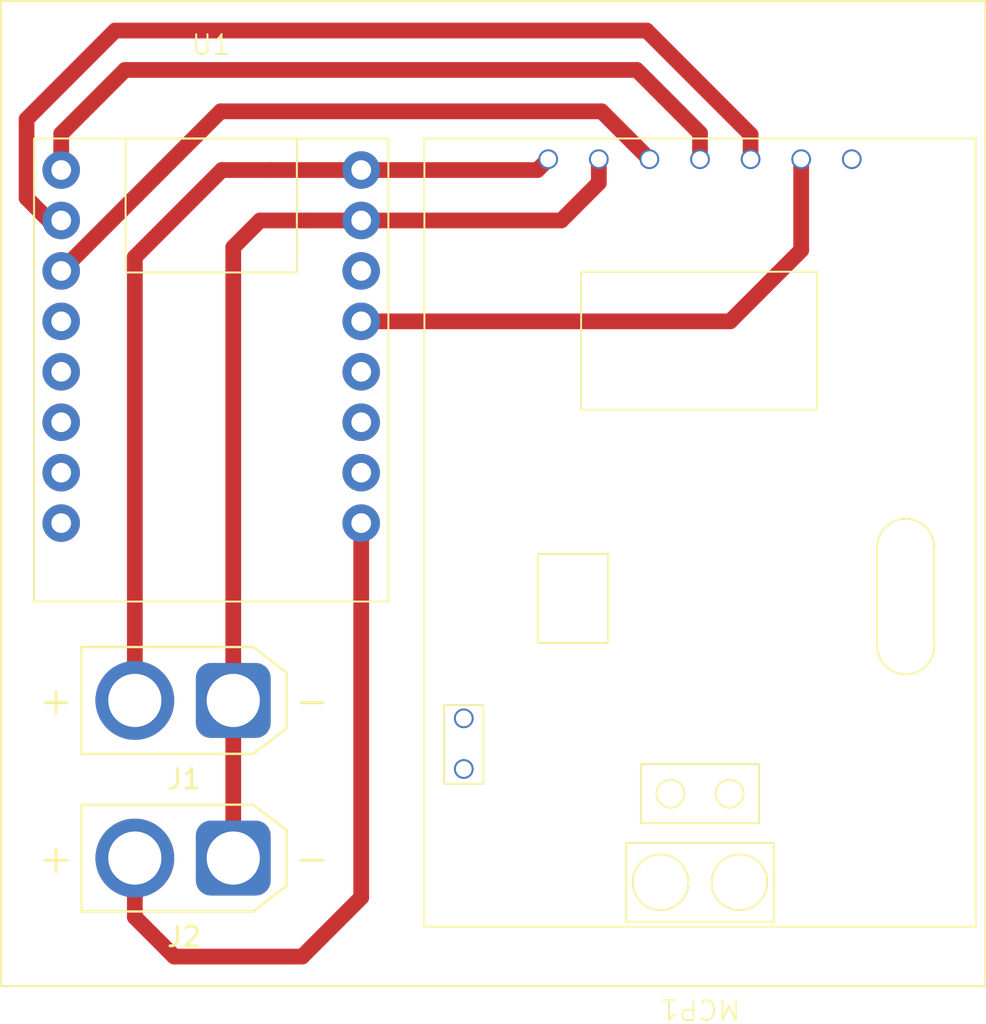
<source format=kicad_pcb>
(kicad_pcb (version 20241229) (generator "pcbnew") (generator_version "9.0")
  (title_block (title "Sensor RPM") (date "2026-01-16") (rev "0.1"))
  (layers (0 "F.Cu" signal) (2 "B.Cu" signal) (13 "F.Paste" user) (15 "B.Paste" user) (5 "F.SilkS" user "F.Silkscreen") (7 "B.SilkS" user "B.Silkscreen") (1 "F.Mask" user) (3 "B.Mask" user) (25 "Edge.Cuts" user))
  (net 0 "")
  (net 1 "Net-(J1-Pin_1)")
  (net 2 "Net-(J1-Pin_2)")
  (net 3 "Net-(MCP1-SCK)")
  (net 6 "Net-(MCP1-MISO)")
  (net 7 "Net-(MCP1-MOSI)")
  (net 8 "Net-(MCP1-CS)")
  (net 19 "Net-(J2-Pin_2)")
  (footprint "Connector_AMASS:AMASS_XT30U-F_1x02_P5.0mm_Vertical" (layer "F.Cu") (at 164 101.5 180)
    (property "Reference" "J2" (at 2.5 -4 0) (layer "F.SilkS"))
    (property "Value" "Conn_01x02_Pin")
    (fp_line (start 7.71 -2.71) (end 7.71 2.71) (stroke (width 0.12)) (layer "F.SilkS"))
    (fp_line (start -1.01 2.71) (end 7.71 2.71) (stroke (width 0.12)) (layer "F.SilkS"))
    (fp_line (start -1.01 -2.71) (end 7.71 -2.71) (stroke (width 0.12)) (layer "F.SilkS"))
    (fp_line (start -2.71 1.41) (end -1.01 2.71) (stroke (width 0.12)) (layer "F.SilkS"))
    (fp_line (start -2.71 -1.41) (end -1.01 -2.71) (stroke (width 0.12)) (layer "F.SilkS"))
    (fp_line (start -2.71 -1.41) (end -2.71 1.41) (stroke (width 0.12)) (layer "F.SilkS"))
    (fp_text user "-" (at -4 0 0) (layer "F.SilkS") (effects (font (size 1.5 1.5))))
    (fp_text user "+" (at 9 0 0) (layer "F.SilkS") (effects (font (size 1.5 1.5))))
    (pad "1" thru_hole roundrect (at 0 0 180) (size 3.8 3.8) (drill 2.7) (layers "*.Cu" "*.Mask") (roundrect_rratio 0.2) (net 1 "Net-(J1-Pin_1)"))
    (pad "2" thru_hole circle (at 5 0 180) (size 4 4) (drill 2.7) (layers "*.Cu" "*.Mask") (net 19 "Net-(J2-Pin_2)"))
  )
  (footprint "FSAE_Library:MCP2515_Comun_Module" (layer "F.Cu") (at 187.71 84.73 180)
    (property "Reference" "MCP1" (at 0 -24.45 180) (layer "F.SilkS") (effects (font (thickness 0.1))))
    (property "Value" "MCP2515_Comu_Module")
    (fp_line (start -9 -1) (end -9 -6) (stroke (width 0.1)) (layer "F.SilkS"))
    (fp_line (start -11.9 -6) (end -11.9 -1) (stroke (width 0.1)) (layer "F.SilkS"))
    (fp_rect (start 11 -13) (end 13 -9) (stroke (width 0.1)) (fill no) (layer "F.SilkS"))
    (fp_rect (start 4.66 -5.85) (end 8.22 -1.33) (stroke (width 0.1)) (fill no) (layer "F.SilkS"))
    (fp_rect (start -3 -15) (end 3 -12) (stroke (width 0.1)) (fill no) (layer "F.SilkS"))
    (fp_rect (start -3.75 -20) (end 3.75 -16) (stroke (width 0.1)) (fill no) (layer "F.SilkS"))
    (fp_rect (start -5.96 5.99) (end 6.04 12.99) (stroke (width 0.1)) (fill no) (layer "F.SilkS"))
    (fp_rect (start -14 -20.25) (end 14 19.75) (stroke (width 0.1)) (fill no) (layer "F.SilkS"))
    (fp_arc (start -9 -1) (mid -10.45 0.45) (end -11.9 -1) (stroke (width 0.1)) (layer "F.SilkS"))
    (fp_arc (start -11.9 -6) (mid -10.45 -7.45) (end -9 -6) (stroke (width 0.1)) (layer "F.SilkS"))
    (fp_circle (center 2 -18) (end 3 -19) (stroke (width 0.1)) (fill no) (layer "F.SilkS"))
    (fp_circle (center 1.5 -13.5) (end 2 -14) (stroke (width 0.1)) (fill no) (layer "F.SilkS"))
    (fp_circle (center -1.5 -13.5) (end -1 -14) (stroke (width 0.1)) (fill no) (layer "F.SilkS"))
    (fp_circle (center -2 -18) (end -1 -19) (stroke (width 0.1)) (fill no) (layer "F.SilkS"))
    (pad "1" thru_hole circle (at -7.71 18.7 180) (size 1 1) (drill 0.8) (layers "*.Cu" "*.Mask"))
    (pad "2" thru_hole circle (at -5.14 18.7 180) (size 1 1) (drill 0.8) (layers "*.Cu" "*.Mask") (net 3 "Net-(MCP1-SCK)"))
    (pad "3" thru_hole circle (at -2.57 18.7 180) (size 1 1) (drill 0.8) (layers "*.Cu" "*.Mask") (net 7 "Net-(MCP1-MOSI)"))
    (pad "4" thru_hole circle (at 0 18.7 180) (size 1 1) (drill 0.8) (layers "*.Cu" "*.Mask") (net 6 "Net-(MCP1-MISO)"))
    (pad "5" thru_hole circle (at 2.57 18.7 180) (size 1 1) (drill 0.8) (layers "*.Cu" "*.Mask") (net 8 "Net-(MCP1-CS)"))
    (pad "6" thru_hole circle (at 5.14 18.7 180) (size 1 1) (drill 0.8) (layers "*.Cu" "*.Mask") (net 1 "Net-(J1-Pin_1)"))
    (pad "7" thru_hole circle (at 7.71 18.7 180) (size 1 1) (drill 0.8) (layers "*.Cu" "*.Mask") (net 2 "Net-(J1-Pin_2)"))
    (pad "8" thru_hole circle (at 12 -9.68 270) (size 1 1) (drill 0.8) (layers "*.Cu" "*.Mask"))
    (pad "9" thru_hole circle (at 12 -12.25 270) (size 1 1) (drill 0.8) (layers "*.Cu" "*.Mask"))
  )
  (footprint "FSAE_Library:ESP32 C3 SM" (layer "F.Cu") (at 162.88 76.73)
    (property "Reference" "U1" (at 0 -16.5 0) (layer "F.SilkS") (effects (font (thickness 0.1))))
    (property "Value" "~")
    (fp_rect (start -9 -11.75) (end 9 11.75) (stroke (width 0.1)) (fill no) (layer "F.SilkS"))
    (fp_rect (start -4.35 -11.75) (end 4.35 -4.95) (stroke (width 0.1)) (fill no) (layer "F.SilkS"))
    (pad "1" thru_hole circle (at -7.62 -10.15) (size 1.905 1.905) (drill 1) (layers "*.Cu" "*.Mask") (net 6 "Net-(MCP1-MISO)"))
    (pad "2" thru_hole circle (at -7.62 -7.59) (size 1.905 1.905) (drill 1) (layers "*.Cu" "*.Mask") (net 7 "Net-(MCP1-MOSI)"))
    (pad "3" thru_hole circle (at -7.62 -5.03) (size 1.905 1.905) (drill 1) (layers "*.Cu" "*.Mask") (net 8 "Net-(MCP1-CS)"))
    (pad "4" thru_hole circle (at -7.62 -2.47) (size 1.905 1.905) (drill 1) (layers "*.Cu" "*.Mask"))
    (pad "5" thru_hole circle (at -7.62 0.09) (size 1.905 1.905) (drill 1) (layers "*.Cu" "*.Mask"))
    (pad "6" thru_hole circle (at -7.62 2.65) (size 1.905 1.905) (drill 1) (layers "*.Cu" "*.Mask"))
    (pad "7" thru_hole circle (at -7.62 5.21) (size 1.905 1.905) (drill 1) (layers "*.Cu" "*.Mask"))
    (pad "8" thru_hole circle (at -7.62 7.77) (size 1.905 1.905) (drill 1) (layers "*.Cu" "*.Mask"))
    (pad "9" thru_hole circle (at 7.62 -10.15) (size 1.905 1.905) (drill 1) (layers "*.Cu" "*.Mask") (net 2 "Net-(J1-Pin_2)"))
    (pad "10" thru_hole circle (at 7.62 -7.59) (size 1.905 1.905) (drill 1) (layers "*.Cu" "*.Mask") (net 1 "Net-(J1-Pin_1)"))
    (pad "11" thru_hole circle (at 7.62 -5.03) (size 1.905 1.905) (drill 1) (layers "*.Cu" "*.Mask"))
    (pad "12" thru_hole circle (at 7.62 -2.47) (size 1.905 1.905) (drill 1) (layers "*.Cu" "*.Mask") (net 3 "Net-(MCP1-SCK)"))
    (pad "13" thru_hole circle (at 7.62 0.09) (size 1.905 1.905) (drill 1) (layers "*.Cu" "*.Mask"))
    (pad "14" thru_hole circle (at 7.62 2.65) (size 1.905 1.905) (drill 1) (layers "*.Cu" "*.Mask"))
    (pad "15" thru_hole circle (at 7.62 5.21) (size 1.905 1.905) (drill 1) (layers "*.Cu" "*.Mask"))
    (pad "16" thru_hole circle (at 7.62 7.77) (size 1.905 1.905) (drill 1) (layers "*.Cu" "*.Mask") (net 19 "Net-(J2-Pin_2)"))
  )
  (footprint "Connector_AMASS:AMASS_XT30U-F_1x02_P5.0mm_Vertical" (layer "F.Cu") (at 164 93.5 180)
    (property "Reference" "J1" (at 2.5 -4 0) (layer "F.SilkS"))
    (property "Value" "Conn_01x02_Pin")
    (fp_line (start 7.71 -2.71) (end 7.71 2.71) (stroke (width 0.12)) (layer "F.SilkS"))
    (fp_line (start -1.01 2.71) (end 7.71 2.71) (stroke (width 0.12)) (layer "F.SilkS"))
    (fp_line (start -1.01 -2.71) (end 7.71 -2.71) (stroke (width 0.12)) (layer "F.SilkS"))
    (fp_line (start -2.71 1.41) (end -1.01 2.71) (stroke (width 0.12)) (layer "F.SilkS"))
    (fp_line (start -2.71 -1.41) (end -1.01 -2.71) (stroke (width 0.12)) (layer "F.SilkS"))
    (fp_line (start -2.71 -1.41) (end -2.71 1.41) (stroke (width 0.12)) (layer "F.SilkS"))
    (fp_text user "-" (at -4 0 0) (layer "F.SilkS") (effects (font (size 1.5 1.5))))
    (fp_text user "+" (at 9 0 0) (layer "F.SilkS") (effects (font (size 1.5 1.5))))
    (pad "1" thru_hole roundrect (at 0 0 180) (size 3.8 3.8) (drill 2.7) (layers "*.Cu" "*.Mask") (roundrect_rratio 0.2) (net 1 "Net-(J1-Pin_1)"))
    (pad "2" thru_hole circle (at 5 0 180) (size 4 4) (drill 2.7) (layers "*.Cu" "*.Mask") (net 2 "Net-(J1-Pin_2)"))
  )
  (gr_rect (start 152.2 58) (end 202.2 108) (stroke (width 0.1)) (fill no) (layer "F.SilkS"))
  (segment (start 165.36 69.14) (end 167.86 69.14) (width 0.8) (layer "F.Cu") (net 1))
  (segment (start 167.86 69.14) (end 170.5 69.14) (width 0.8) (layer "F.Cu") (net 1))
  (segment (start 164 101.5) (end 164 93.5) (width 0.8) (layer "F.Cu") (net 1))
  (segment (start 170.5 69.14) (end 180.66 69.14) (width 0.8) (layer "F.Cu") (net 1))
  (segment (start 182.57 67.23) (end 182.57 66.03) (width 0.8) (layer "F.Cu") (net 1))
  (segment (start 180.66 69.14) (end 182.57 67.23) (width 0.8) (layer "F.Cu") (net 1))
  (segment (start 164 93.5) (end 164 70.5) (width 0.8) (layer "F.Cu") (net 1))
  (segment (start 164 70.5) (end 165.36 69.14) (width 0.8) (layer "F.Cu") (net 1))
  (segment (start 180 66.03) (end 179.45 66.58) (width 0.8) (layer "F.Cu") (net 2))
  (segment (start 159 93.5) (end 159 71) (width 0.8) (layer "F.Cu") (net 2))
  (segment (start 179.45 66.58) (end 170.5 66.58) (width 0.8) (layer "F.Cu") (net 2))
  (segment (start 163.42 66.58) (end 165.92 66.58) (width 0.8) (layer "F.Cu") (net 2))
  (segment (start 165.92 66.58) (end 170.5 66.58) (width 0.8) (layer "F.Cu") (net 2))
  (segment (start 159 71) (end 163.42 66.58) (width 0.8) (layer "F.Cu") (net 2))
  (segment (start 170.5 74.26) (end 189.24 74.26) (width 0.8) (layer "F.Cu") (net 3))
  (segment (start 189.24 74.26) (end 192.85 70.65) (width 0.8) (layer "F.Cu") (net 3))
  (segment (start 192.85 70.65) (end 192.85 66.03) (width 0.8) (layer "F.Cu") (net 3))
  (segment (start 155.26 66.58) (end 155.26 64.74) (width 0.8) (layer "F.Cu") (net 6))
  (segment (start 187.71 64.71) (end 187.71 66.03) (width 0.8) (layer "F.Cu") (net 6))
  (segment (start 158.5 61.5) (end 184.5 61.5) (width 0.8) (layer "F.Cu") (net 6))
  (segment (start 184.5 61.5) (end 187.71 64.71) (width 0.8) (layer "F.Cu") (net 6))
  (segment (start 155.26 64.74) (end 158.5 61.5) (width 0.8) (layer "F.Cu") (net 6))
  (segment (start 185 59.5) (end 158 59.5) (width 0.8) (layer "F.Cu") (net 7))
  (segment (start 190.28 64.78) (end 185 59.5) (width 0.8) (layer "F.Cu") (net 7))
  (segment (start 153.5 64) (end 153.5 68) (width 0.8) (layer "F.Cu") (net 7))
  (segment (start 190.28 66.03) (end 190.28 64.78) (width 0.8) (layer "F.Cu") (net 7))
  (segment (start 158 59.5) (end 153.5 64) (width 0.8) (layer "F.Cu") (net 7))
  (segment (start 154.64 69.14) (end 155.26 69.14) (width 0.8) (layer "F.Cu") (net 7))
  (segment (start 153.5 68) (end 154.64 69.14) (width 0.8) (layer "F.Cu") (net 7))
  (segment (start 163.36 63.6) (end 182.71 63.6) (width 0.8) (layer "F.Cu") (net 8))
  (segment (start 182.71 63.6) (end 185.14 66.03) (width 0.8) (layer "F.Cu") (net 8))
  (segment (start 155.26 71.7) (end 163.36 63.6) (width 0.8) (layer "F.Cu") (net 8))
  (segment (start 170.5 103.5) (end 167.5 106.5) (width 0.8) (layer "F.Cu") (net 19))
  (segment (start 159 104.5) (end 159 101.5) (width 0.8) (layer "F.Cu") (net 19))
  (segment (start 161 106.5) (end 159 104.5) (width 0.8) (layer "F.Cu") (net 19))
  (segment (start 170.5 84.5) (end 170.5 103.5) (width 0.8) (layer "F.Cu") (net 19))
  (segment (start 167.5 106.5) (end 161 106.5) (width 0.8) (layer "F.Cu") (net 19))
)
</source>
